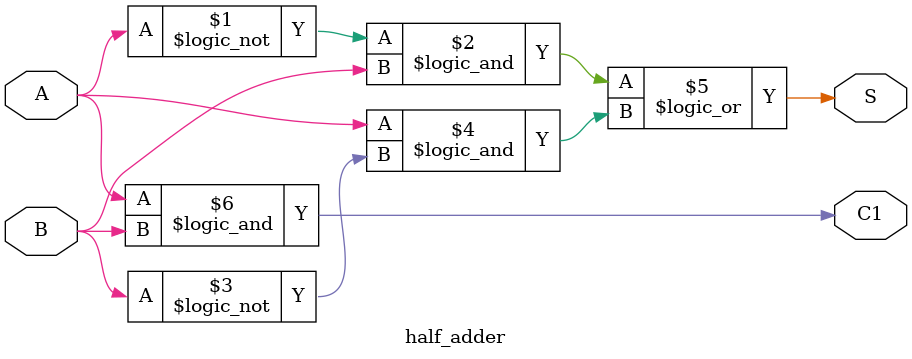
<source format=v>
module half_adder(input A,input B,output C1,output S);
    assign S = (!A && B) || (A && !B);
    assign C1 = (A && B);
endmodule
</source>
